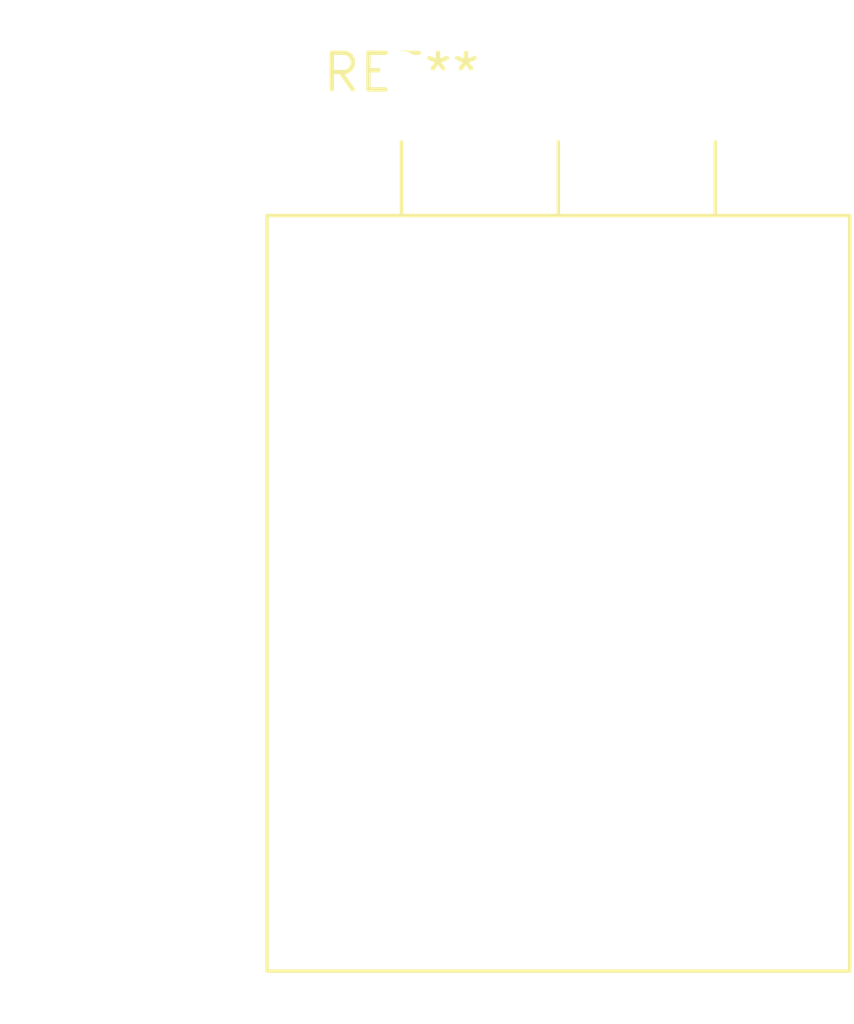
<source format=kicad_pcb>
(kicad_pcb (version 20240108) (generator pcbnew)
  (layers (0 "F.Cu" signal) (31 "B.Cu" signal) (34 "B.Paste" user) (35 "F.Paste" user) (36 "B.SilkS" user "B.Silkscreen") (37 "F.SilkS" user "F.Silkscreen") (38 "B.Mask" user) (39 "F.Mask" user) (44 "Edge.Cuts" user))
  (net 0 "")
  (footprint "TO-264-3_Horizontal_TabUp" (layer "F.Cu") (at 0 0)
    (property "Reference" "REF**")
    (property "Value" "TO-264-3_Horizontal_TabUp")
    (fp_line (start -4.67 4.96) (end -4.67 31.2) (layer "F.SilkS") (stroke (width 0.12)))
    (fp_line (start -4.67 4.96) (end 15.57 4.96) (layer "F.SilkS") (stroke (width 0.12)))
    (fp_line (start -4.67 31.2) (end 15.57 31.2) (layer "F.SilkS") (stroke (width 0.12)))
    (fp_line (start 0 2.4) (end 0 4.96) (layer "F.SilkS") (stroke (width 0.12)))
    (fp_line (start 5.45 2.4) (end 5.45 4.96) (layer "F.SilkS") (stroke (width 0.12)))
    (fp_line (start 10.9 2.4) (end 10.9 4.96) (layer "F.SilkS") (stroke (width 0.12)))
    (fp_line (start 15.57 4.96) (end 15.57 31.2) (layer "F.SilkS") (stroke (width 0.12)))
    (pad "" np_thru_hole oval (at 5.45 25.08) (size 3.3 3.3) (drill 3.3) (layers *.Cu *.Mask))
    (pad "1" thru_hole rect (at 0 0) (size 2.5 4.5) (drill 1.5) (layers *.Cu *.Mask) (remove_unused_layers))
    (pad "2" thru_hole oval (at 5.45 0) (size 2.5 4.5) (drill 1.5) (layers *.Cu *.Mask) (remove_unused_layers))
    (pad "3" thru_hole oval (at 10.9 0) (size 2.5 4.5) (drill 1.5) (layers *.Cu *.Mask) (remove_unused_layers))
  )
)
</source>
